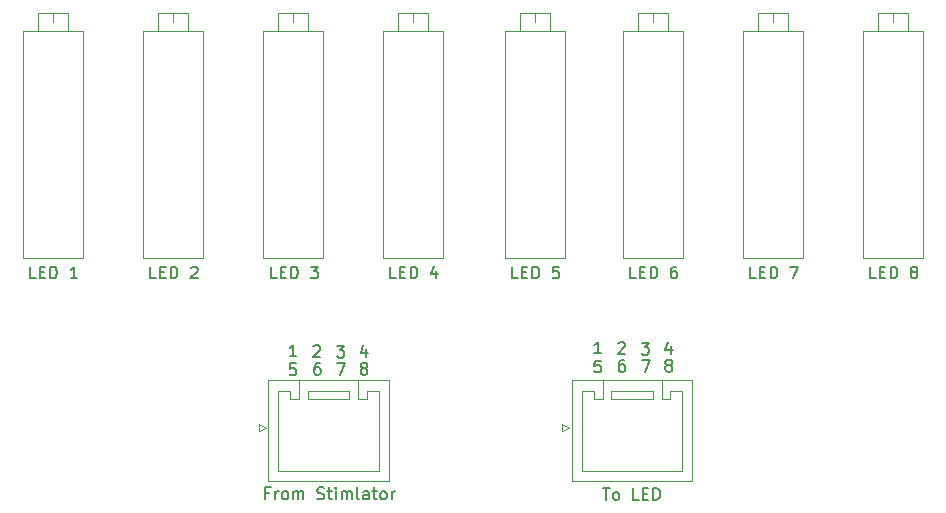
<source format=gbr>
G04 #@! TF.GenerationSoftware,KiCad,Pcbnew,(5.0.0)*
G04 #@! TF.CreationDate,2020-01-07T20:32:05+00:00*
G04 #@! TF.ProjectId,Potentiometer_mount_8LED,506F74656E74696F6D657465725F6D6F,rev?*
G04 #@! TF.SameCoordinates,Original*
G04 #@! TF.FileFunction,Legend,Top*
G04 #@! TF.FilePolarity,Positive*
%FSLAX46Y46*%
G04 Gerber Fmt 4.6, Leading zero omitted, Abs format (unit mm)*
G04 Created by KiCad (PCBNEW (5.0.0)) date 01/07/20 20:32:05*
%MOMM*%
%LPD*%
G01*
G04 APERTURE LIST*
%ADD10C,0.200000*%
%ADD11C,0.120000*%
%ADD12C,0.150000*%
G04 APERTURE END LIST*
D10*
X170640476Y-81752380D02*
X170450000Y-81752380D01*
X170354761Y-81800000D01*
X170307142Y-81847619D01*
X170211904Y-81990476D01*
X170164285Y-82180952D01*
X170164285Y-82561904D01*
X170211904Y-82657142D01*
X170259523Y-82704761D01*
X170354761Y-82752380D01*
X170545238Y-82752380D01*
X170640476Y-82704761D01*
X170688095Y-82657142D01*
X170735714Y-82561904D01*
X170735714Y-82323809D01*
X170688095Y-82228571D01*
X170640476Y-82180952D01*
X170545238Y-82133333D01*
X170354761Y-82133333D01*
X170259523Y-82180952D01*
X170211904Y-82228571D01*
X170164285Y-82323809D01*
X168638095Y-81802380D02*
X168161904Y-81802380D01*
X168114285Y-82278571D01*
X168161904Y-82230952D01*
X168257142Y-82183333D01*
X168495238Y-82183333D01*
X168590476Y-82230952D01*
X168638095Y-82278571D01*
X168685714Y-82373809D01*
X168685714Y-82611904D01*
X168638095Y-82707142D01*
X168590476Y-82754761D01*
X168495238Y-82802380D01*
X168257142Y-82802380D01*
X168161904Y-82754761D01*
X168114285Y-82707142D01*
X170114285Y-80347619D02*
X170161904Y-80300000D01*
X170257142Y-80252380D01*
X170495238Y-80252380D01*
X170590476Y-80300000D01*
X170638095Y-80347619D01*
X170685714Y-80442857D01*
X170685714Y-80538095D01*
X170638095Y-80680952D01*
X170066666Y-81252380D01*
X170685714Y-81252380D01*
X172116666Y-80302380D02*
X172735714Y-80302380D01*
X172402380Y-80683333D01*
X172545238Y-80683333D01*
X172640476Y-80730952D01*
X172688095Y-80778571D01*
X172735714Y-80873809D01*
X172735714Y-81111904D01*
X172688095Y-81207142D01*
X172640476Y-81254761D01*
X172545238Y-81302380D01*
X172259523Y-81302380D01*
X172164285Y-81254761D01*
X172116666Y-81207142D01*
X174590476Y-80585714D02*
X174590476Y-81252380D01*
X174352380Y-80204761D02*
X174114285Y-80919047D01*
X174733333Y-80919047D01*
X174304761Y-82180952D02*
X174209523Y-82133333D01*
X174161904Y-82085714D01*
X174114285Y-81990476D01*
X174114285Y-81942857D01*
X174161904Y-81847619D01*
X174209523Y-81800000D01*
X174304761Y-81752380D01*
X174495238Y-81752380D01*
X174590476Y-81800000D01*
X174638095Y-81847619D01*
X174685714Y-81942857D01*
X174685714Y-81990476D01*
X174638095Y-82085714D01*
X174590476Y-82133333D01*
X174495238Y-82180952D01*
X174304761Y-82180952D01*
X174209523Y-82228571D01*
X174161904Y-82276190D01*
X174114285Y-82371428D01*
X174114285Y-82561904D01*
X174161904Y-82657142D01*
X174209523Y-82704761D01*
X174304761Y-82752380D01*
X174495238Y-82752380D01*
X174590476Y-82704761D01*
X174638095Y-82657142D01*
X174685714Y-82561904D01*
X174685714Y-82371428D01*
X174638095Y-82276190D01*
X174590476Y-82228571D01*
X174495238Y-82180952D01*
X168685714Y-81202380D02*
X168114285Y-81202380D01*
X168400000Y-81202380D02*
X168400000Y-80202380D01*
X168304761Y-80345238D01*
X168209523Y-80440476D01*
X168114285Y-80488095D01*
X172116666Y-81752380D02*
X172783333Y-81752380D01*
X172354761Y-82752380D01*
X148790476Y-80835714D02*
X148790476Y-81502380D01*
X148552380Y-80454761D02*
X148314285Y-81169047D01*
X148933333Y-81169047D01*
X146316666Y-80552380D02*
X146935714Y-80552380D01*
X146602380Y-80933333D01*
X146745238Y-80933333D01*
X146840476Y-80980952D01*
X146888095Y-81028571D01*
X146935714Y-81123809D01*
X146935714Y-81361904D01*
X146888095Y-81457142D01*
X146840476Y-81504761D01*
X146745238Y-81552380D01*
X146459523Y-81552380D01*
X146364285Y-81504761D01*
X146316666Y-81457142D01*
X144314285Y-80597619D02*
X144361904Y-80550000D01*
X144457142Y-80502380D01*
X144695238Y-80502380D01*
X144790476Y-80550000D01*
X144838095Y-80597619D01*
X144885714Y-80692857D01*
X144885714Y-80788095D01*
X144838095Y-80930952D01*
X144266666Y-81502380D01*
X144885714Y-81502380D01*
X142885714Y-81452380D02*
X142314285Y-81452380D01*
X142600000Y-81452380D02*
X142600000Y-80452380D01*
X142504761Y-80595238D01*
X142409523Y-80690476D01*
X142314285Y-80738095D01*
X148504761Y-82430952D02*
X148409523Y-82383333D01*
X148361904Y-82335714D01*
X148314285Y-82240476D01*
X148314285Y-82192857D01*
X148361904Y-82097619D01*
X148409523Y-82050000D01*
X148504761Y-82002380D01*
X148695238Y-82002380D01*
X148790476Y-82050000D01*
X148838095Y-82097619D01*
X148885714Y-82192857D01*
X148885714Y-82240476D01*
X148838095Y-82335714D01*
X148790476Y-82383333D01*
X148695238Y-82430952D01*
X148504761Y-82430952D01*
X148409523Y-82478571D01*
X148361904Y-82526190D01*
X148314285Y-82621428D01*
X148314285Y-82811904D01*
X148361904Y-82907142D01*
X148409523Y-82954761D01*
X148504761Y-83002380D01*
X148695238Y-83002380D01*
X148790476Y-82954761D01*
X148838095Y-82907142D01*
X148885714Y-82811904D01*
X148885714Y-82621428D01*
X148838095Y-82526190D01*
X148790476Y-82478571D01*
X148695238Y-82430952D01*
X146316666Y-82002380D02*
X146983333Y-82002380D01*
X146554761Y-83002380D01*
X144840476Y-82002380D02*
X144650000Y-82002380D01*
X144554761Y-82050000D01*
X144507142Y-82097619D01*
X144411904Y-82240476D01*
X144364285Y-82430952D01*
X144364285Y-82811904D01*
X144411904Y-82907142D01*
X144459523Y-82954761D01*
X144554761Y-83002380D01*
X144745238Y-83002380D01*
X144840476Y-82954761D01*
X144888095Y-82907142D01*
X144935714Y-82811904D01*
X144935714Y-82573809D01*
X144888095Y-82478571D01*
X144840476Y-82430952D01*
X144745238Y-82383333D01*
X144554761Y-82383333D01*
X144459523Y-82430952D01*
X144411904Y-82478571D01*
X144364285Y-82573809D01*
X142838095Y-82052380D02*
X142361904Y-82052380D01*
X142314285Y-82528571D01*
X142361904Y-82480952D01*
X142457142Y-82433333D01*
X142695238Y-82433333D01*
X142790476Y-82480952D01*
X142838095Y-82528571D01*
X142885714Y-82623809D01*
X142885714Y-82861904D01*
X142838095Y-82957142D01*
X142790476Y-83004761D01*
X142695238Y-83052380D01*
X142457142Y-83052380D01*
X142361904Y-83004761D01*
X142314285Y-82957142D01*
D11*
G04 #@! TO.C,LED 8*
X193390000Y-52360000D02*
X193390000Y-53119000D01*
X194690000Y-53879000D02*
X192090000Y-53879000D01*
X194690000Y-52360000D02*
X192090000Y-52360000D01*
X192090000Y-52360000D02*
X192090000Y-53879000D01*
X194690000Y-52360000D02*
X194690000Y-53879000D01*
X195910000Y-73120000D02*
X190870000Y-73120000D01*
X195910000Y-53880000D02*
X190870000Y-53880000D01*
X190870000Y-53880000D02*
X190870000Y-73120000D01*
X195910000Y-53880000D02*
X195910000Y-73120000D01*
G04 #@! TO.C,LED 7*
X183230000Y-52360000D02*
X183230000Y-53119000D01*
X184530000Y-53879000D02*
X181930000Y-53879000D01*
X184530000Y-52360000D02*
X181930000Y-52360000D01*
X181930000Y-52360000D02*
X181930000Y-53879000D01*
X184530000Y-52360000D02*
X184530000Y-53879000D01*
X185750000Y-73120000D02*
X180710000Y-73120000D01*
X185750000Y-53880000D02*
X180710000Y-53880000D01*
X180710000Y-53880000D02*
X180710000Y-73120000D01*
X185750000Y-53880000D02*
X185750000Y-73120000D01*
G04 #@! TO.C,LED 5*
X163070000Y-52360000D02*
X163070000Y-53119000D01*
X164370000Y-53879000D02*
X161770000Y-53879000D01*
X164370000Y-52360000D02*
X161770000Y-52360000D01*
X161770000Y-52360000D02*
X161770000Y-53879000D01*
X164370000Y-52360000D02*
X164370000Y-53879000D01*
X165590000Y-73120000D02*
X160550000Y-73120000D01*
X165590000Y-53880000D02*
X160550000Y-53880000D01*
X160550000Y-53880000D02*
X160550000Y-73120000D01*
X165590000Y-53880000D02*
X165590000Y-73120000D01*
G04 #@! TO.C,LED 6*
X173070000Y-52360000D02*
X173070000Y-53119000D01*
X174370000Y-53879000D02*
X171770000Y-53879000D01*
X174370000Y-52360000D02*
X171770000Y-52360000D01*
X171770000Y-52360000D02*
X171770000Y-53879000D01*
X174370000Y-52360000D02*
X174370000Y-53879000D01*
X175590000Y-73120000D02*
X170550000Y-73120000D01*
X175590000Y-53880000D02*
X170550000Y-53880000D01*
X170550000Y-53880000D02*
X170550000Y-73120000D01*
X175590000Y-53880000D02*
X175590000Y-73120000D01*
G04 #@! TO.C,To LED*
X165390000Y-87200000D02*
X165990000Y-87500000D01*
X165390000Y-87800000D02*
X165390000Y-87200000D01*
X165990000Y-87500000D02*
X165390000Y-87800000D01*
X176410000Y-83490000D02*
X166190000Y-83490000D01*
X176410000Y-92010000D02*
X176410000Y-83490000D01*
X166190000Y-92010000D02*
X176410000Y-92010000D01*
X166190000Y-83490000D02*
X166190000Y-92010000D01*
X175550000Y-91150000D02*
X171300000Y-91150000D01*
X175550000Y-84350000D02*
X175550000Y-91150000D01*
X174550000Y-84350000D02*
X175550000Y-84350000D01*
X174550000Y-85100000D02*
X174550000Y-84350000D01*
X173800000Y-85100000D02*
X174550000Y-85100000D01*
X173800000Y-83490000D02*
X173800000Y-85100000D01*
X167050000Y-91150000D02*
X171300000Y-91150000D01*
X167050000Y-84350000D02*
X167050000Y-91150000D01*
X168050000Y-84350000D02*
X167050000Y-84350000D01*
X168050000Y-85100000D02*
X168050000Y-84350000D01*
X168800000Y-85100000D02*
X168050000Y-85100000D01*
X168800000Y-83490000D02*
X168800000Y-85100000D01*
X173050000Y-84350000D02*
X169550000Y-84350000D01*
X173050000Y-85100000D02*
X173050000Y-84350000D01*
X169550000Y-85100000D02*
X173050000Y-85100000D01*
X169550000Y-84350000D02*
X169550000Y-85100000D01*
G04 #@! TO.C,From Stimlator*
X139690000Y-87200000D02*
X140290000Y-87500000D01*
X139690000Y-87800000D02*
X139690000Y-87200000D01*
X140290000Y-87500000D02*
X139690000Y-87800000D01*
X150710000Y-83490000D02*
X140490000Y-83490000D01*
X150710000Y-92010000D02*
X150710000Y-83490000D01*
X140490000Y-92010000D02*
X150710000Y-92010000D01*
X140490000Y-83490000D02*
X140490000Y-92010000D01*
X149850000Y-91150000D02*
X145600000Y-91150000D01*
X149850000Y-84350000D02*
X149850000Y-91150000D01*
X148850000Y-84350000D02*
X149850000Y-84350000D01*
X148850000Y-85100000D02*
X148850000Y-84350000D01*
X148100000Y-85100000D02*
X148850000Y-85100000D01*
X148100000Y-83490000D02*
X148100000Y-85100000D01*
X141350000Y-91150000D02*
X145600000Y-91150000D01*
X141350000Y-84350000D02*
X141350000Y-91150000D01*
X142350000Y-84350000D02*
X141350000Y-84350000D01*
X142350000Y-85100000D02*
X142350000Y-84350000D01*
X143100000Y-85100000D02*
X142350000Y-85100000D01*
X143100000Y-83490000D02*
X143100000Y-85100000D01*
X147350000Y-84350000D02*
X143850000Y-84350000D01*
X147350000Y-85100000D02*
X147350000Y-84350000D01*
X143850000Y-85100000D02*
X147350000Y-85100000D01*
X143850000Y-84350000D02*
X143850000Y-85100000D01*
G04 #@! TO.C,LED 1*
X122270000Y-52360000D02*
X122270000Y-53119000D01*
X123570000Y-53879000D02*
X120970000Y-53879000D01*
X123570000Y-52360000D02*
X120970000Y-52360000D01*
X120970000Y-52360000D02*
X120970000Y-53879000D01*
X123570000Y-52360000D02*
X123570000Y-53879000D01*
X124790000Y-73120000D02*
X119750000Y-73120000D01*
X124790000Y-53880000D02*
X119750000Y-53880000D01*
X119750000Y-53880000D02*
X119750000Y-73120000D01*
X124790000Y-53880000D02*
X124790000Y-73120000D01*
G04 #@! TO.C,LED 2*
X134950000Y-53880000D02*
X134950000Y-73120000D01*
X129910000Y-53880000D02*
X129910000Y-73120000D01*
X134950000Y-53880000D02*
X129910000Y-53880000D01*
X134950000Y-73120000D02*
X129910000Y-73120000D01*
X133730000Y-52360000D02*
X133730000Y-53879000D01*
X131130000Y-52360000D02*
X131130000Y-53879000D01*
X133730000Y-52360000D02*
X131130000Y-52360000D01*
X133730000Y-53879000D02*
X131130000Y-53879000D01*
X132430000Y-52360000D02*
X132430000Y-53119000D01*
G04 #@! TO.C,LED 3*
X142590000Y-52360000D02*
X142590000Y-53119000D01*
X143890000Y-53879000D02*
X141290000Y-53879000D01*
X143890000Y-52360000D02*
X141290000Y-52360000D01*
X141290000Y-52360000D02*
X141290000Y-53879000D01*
X143890000Y-52360000D02*
X143890000Y-53879000D01*
X145110000Y-73120000D02*
X140070000Y-73120000D01*
X145110000Y-53880000D02*
X140070000Y-53880000D01*
X140070000Y-53880000D02*
X140070000Y-73120000D01*
X145110000Y-53880000D02*
X145110000Y-73120000D01*
G04 #@! TO.C,LED 4*
X155270000Y-53880000D02*
X155270000Y-73120000D01*
X150230000Y-53880000D02*
X150230000Y-73120000D01*
X155270000Y-53880000D02*
X150230000Y-53880000D01*
X155270000Y-73120000D02*
X150230000Y-73120000D01*
X154050000Y-52360000D02*
X154050000Y-53879000D01*
X151450000Y-52360000D02*
X151450000Y-53879000D01*
X154050000Y-52360000D02*
X151450000Y-52360000D01*
X154050000Y-53879000D02*
X151450000Y-53879000D01*
X152750000Y-52360000D02*
X152750000Y-53119000D01*
G04 #@! TO.C,LED 8*
D12*
X191940000Y-74852380D02*
X191463809Y-74852380D01*
X191463809Y-73852380D01*
X192273333Y-74328571D02*
X192606666Y-74328571D01*
X192749523Y-74852380D02*
X192273333Y-74852380D01*
X192273333Y-73852380D01*
X192749523Y-73852380D01*
X193178095Y-74852380D02*
X193178095Y-73852380D01*
X193416190Y-73852380D01*
X193559047Y-73900000D01*
X193654285Y-73995238D01*
X193701904Y-74090476D01*
X193749523Y-74280952D01*
X193749523Y-74423809D01*
X193701904Y-74614285D01*
X193654285Y-74709523D01*
X193559047Y-74804761D01*
X193416190Y-74852380D01*
X193178095Y-74852380D01*
X195082857Y-74280952D02*
X194987619Y-74233333D01*
X194940000Y-74185714D01*
X194892380Y-74090476D01*
X194892380Y-74042857D01*
X194940000Y-73947619D01*
X194987619Y-73900000D01*
X195082857Y-73852380D01*
X195273333Y-73852380D01*
X195368571Y-73900000D01*
X195416190Y-73947619D01*
X195463809Y-74042857D01*
X195463809Y-74090476D01*
X195416190Y-74185714D01*
X195368571Y-74233333D01*
X195273333Y-74280952D01*
X195082857Y-74280952D01*
X194987619Y-74328571D01*
X194940000Y-74376190D01*
X194892380Y-74471428D01*
X194892380Y-74661904D01*
X194940000Y-74757142D01*
X194987619Y-74804761D01*
X195082857Y-74852380D01*
X195273333Y-74852380D01*
X195368571Y-74804761D01*
X195416190Y-74757142D01*
X195463809Y-74661904D01*
X195463809Y-74471428D01*
X195416190Y-74376190D01*
X195368571Y-74328571D01*
X195273333Y-74280952D01*
G04 #@! TO.C,LED 7*
X181780000Y-74852380D02*
X181303809Y-74852380D01*
X181303809Y-73852380D01*
X182113333Y-74328571D02*
X182446666Y-74328571D01*
X182589523Y-74852380D02*
X182113333Y-74852380D01*
X182113333Y-73852380D01*
X182589523Y-73852380D01*
X183018095Y-74852380D02*
X183018095Y-73852380D01*
X183256190Y-73852380D01*
X183399047Y-73900000D01*
X183494285Y-73995238D01*
X183541904Y-74090476D01*
X183589523Y-74280952D01*
X183589523Y-74423809D01*
X183541904Y-74614285D01*
X183494285Y-74709523D01*
X183399047Y-74804761D01*
X183256190Y-74852380D01*
X183018095Y-74852380D01*
X184684761Y-73852380D02*
X185351428Y-73852380D01*
X184922857Y-74852380D01*
G04 #@! TO.C,LED 5*
X161620000Y-74852380D02*
X161143809Y-74852380D01*
X161143809Y-73852380D01*
X161953333Y-74328571D02*
X162286666Y-74328571D01*
X162429523Y-74852380D02*
X161953333Y-74852380D01*
X161953333Y-73852380D01*
X162429523Y-73852380D01*
X162858095Y-74852380D02*
X162858095Y-73852380D01*
X163096190Y-73852380D01*
X163239047Y-73900000D01*
X163334285Y-73995238D01*
X163381904Y-74090476D01*
X163429523Y-74280952D01*
X163429523Y-74423809D01*
X163381904Y-74614285D01*
X163334285Y-74709523D01*
X163239047Y-74804761D01*
X163096190Y-74852380D01*
X162858095Y-74852380D01*
X165096190Y-73852380D02*
X164620000Y-73852380D01*
X164572380Y-74328571D01*
X164620000Y-74280952D01*
X164715238Y-74233333D01*
X164953333Y-74233333D01*
X165048571Y-74280952D01*
X165096190Y-74328571D01*
X165143809Y-74423809D01*
X165143809Y-74661904D01*
X165096190Y-74757142D01*
X165048571Y-74804761D01*
X164953333Y-74852380D01*
X164715238Y-74852380D01*
X164620000Y-74804761D01*
X164572380Y-74757142D01*
G04 #@! TO.C,LED 6*
X171620000Y-74852380D02*
X171143809Y-74852380D01*
X171143809Y-73852380D01*
X171953333Y-74328571D02*
X172286666Y-74328571D01*
X172429523Y-74852380D02*
X171953333Y-74852380D01*
X171953333Y-73852380D01*
X172429523Y-73852380D01*
X172858095Y-74852380D02*
X172858095Y-73852380D01*
X173096190Y-73852380D01*
X173239047Y-73900000D01*
X173334285Y-73995238D01*
X173381904Y-74090476D01*
X173429523Y-74280952D01*
X173429523Y-74423809D01*
X173381904Y-74614285D01*
X173334285Y-74709523D01*
X173239047Y-74804761D01*
X173096190Y-74852380D01*
X172858095Y-74852380D01*
X175048571Y-73852380D02*
X174858095Y-73852380D01*
X174762857Y-73900000D01*
X174715238Y-73947619D01*
X174620000Y-74090476D01*
X174572380Y-74280952D01*
X174572380Y-74661904D01*
X174620000Y-74757142D01*
X174667619Y-74804761D01*
X174762857Y-74852380D01*
X174953333Y-74852380D01*
X175048571Y-74804761D01*
X175096190Y-74757142D01*
X175143809Y-74661904D01*
X175143809Y-74423809D01*
X175096190Y-74328571D01*
X175048571Y-74280952D01*
X174953333Y-74233333D01*
X174762857Y-74233333D01*
X174667619Y-74280952D01*
X174620000Y-74328571D01*
X174572380Y-74423809D01*
G04 #@! TO.C,To LED*
X168823809Y-92602380D02*
X169395238Y-92602380D01*
X169109523Y-93602380D02*
X169109523Y-92602380D01*
X169871428Y-93602380D02*
X169776190Y-93554761D01*
X169728571Y-93507142D01*
X169680952Y-93411904D01*
X169680952Y-93126190D01*
X169728571Y-93030952D01*
X169776190Y-92983333D01*
X169871428Y-92935714D01*
X170014285Y-92935714D01*
X170109523Y-92983333D01*
X170157142Y-93030952D01*
X170204761Y-93126190D01*
X170204761Y-93411904D01*
X170157142Y-93507142D01*
X170109523Y-93554761D01*
X170014285Y-93602380D01*
X169871428Y-93602380D01*
X171871428Y-93602380D02*
X171395238Y-93602380D01*
X171395238Y-92602380D01*
X172204761Y-93078571D02*
X172538095Y-93078571D01*
X172680952Y-93602380D02*
X172204761Y-93602380D01*
X172204761Y-92602380D01*
X172680952Y-92602380D01*
X173109523Y-93602380D02*
X173109523Y-92602380D01*
X173347619Y-92602380D01*
X173490476Y-92650000D01*
X173585714Y-92745238D01*
X173633333Y-92840476D01*
X173680952Y-93030952D01*
X173680952Y-93173809D01*
X173633333Y-93364285D01*
X173585714Y-93459523D01*
X173490476Y-93554761D01*
X173347619Y-93602380D01*
X173109523Y-93602380D01*
G04 #@! TO.C,From Stimlator*
X140554761Y-93028571D02*
X140221428Y-93028571D01*
X140221428Y-93552380D02*
X140221428Y-92552380D01*
X140697619Y-92552380D01*
X141078571Y-93552380D02*
X141078571Y-92885714D01*
X141078571Y-93076190D02*
X141126190Y-92980952D01*
X141173809Y-92933333D01*
X141269047Y-92885714D01*
X141364285Y-92885714D01*
X141840476Y-93552380D02*
X141745238Y-93504761D01*
X141697619Y-93457142D01*
X141650000Y-93361904D01*
X141650000Y-93076190D01*
X141697619Y-92980952D01*
X141745238Y-92933333D01*
X141840476Y-92885714D01*
X141983333Y-92885714D01*
X142078571Y-92933333D01*
X142126190Y-92980952D01*
X142173809Y-93076190D01*
X142173809Y-93361904D01*
X142126190Y-93457142D01*
X142078571Y-93504761D01*
X141983333Y-93552380D01*
X141840476Y-93552380D01*
X142602380Y-93552380D02*
X142602380Y-92885714D01*
X142602380Y-92980952D02*
X142650000Y-92933333D01*
X142745238Y-92885714D01*
X142888095Y-92885714D01*
X142983333Y-92933333D01*
X143030952Y-93028571D01*
X143030952Y-93552380D01*
X143030952Y-93028571D02*
X143078571Y-92933333D01*
X143173809Y-92885714D01*
X143316666Y-92885714D01*
X143411904Y-92933333D01*
X143459523Y-93028571D01*
X143459523Y-93552380D01*
X144650000Y-93504761D02*
X144792857Y-93552380D01*
X145030952Y-93552380D01*
X145126190Y-93504761D01*
X145173809Y-93457142D01*
X145221428Y-93361904D01*
X145221428Y-93266666D01*
X145173809Y-93171428D01*
X145126190Y-93123809D01*
X145030952Y-93076190D01*
X144840476Y-93028571D01*
X144745238Y-92980952D01*
X144697619Y-92933333D01*
X144650000Y-92838095D01*
X144650000Y-92742857D01*
X144697619Y-92647619D01*
X144745238Y-92600000D01*
X144840476Y-92552380D01*
X145078571Y-92552380D01*
X145221428Y-92600000D01*
X145507142Y-92885714D02*
X145888095Y-92885714D01*
X145650000Y-92552380D02*
X145650000Y-93409523D01*
X145697619Y-93504761D01*
X145792857Y-93552380D01*
X145888095Y-93552380D01*
X146221428Y-93552380D02*
X146221428Y-92885714D01*
X146221428Y-92552380D02*
X146173809Y-92600000D01*
X146221428Y-92647619D01*
X146269047Y-92600000D01*
X146221428Y-92552380D01*
X146221428Y-92647619D01*
X146697619Y-93552380D02*
X146697619Y-92885714D01*
X146697619Y-92980952D02*
X146745238Y-92933333D01*
X146840476Y-92885714D01*
X146983333Y-92885714D01*
X147078571Y-92933333D01*
X147126190Y-93028571D01*
X147126190Y-93552380D01*
X147126190Y-93028571D02*
X147173809Y-92933333D01*
X147269047Y-92885714D01*
X147411904Y-92885714D01*
X147507142Y-92933333D01*
X147554761Y-93028571D01*
X147554761Y-93552380D01*
X148173809Y-93552380D02*
X148078571Y-93504761D01*
X148030952Y-93409523D01*
X148030952Y-92552380D01*
X148983333Y-93552380D02*
X148983333Y-93028571D01*
X148935714Y-92933333D01*
X148840476Y-92885714D01*
X148650000Y-92885714D01*
X148554761Y-92933333D01*
X148983333Y-93504761D02*
X148888095Y-93552380D01*
X148650000Y-93552380D01*
X148554761Y-93504761D01*
X148507142Y-93409523D01*
X148507142Y-93314285D01*
X148554761Y-93219047D01*
X148650000Y-93171428D01*
X148888095Y-93171428D01*
X148983333Y-93123809D01*
X149316666Y-92885714D02*
X149697619Y-92885714D01*
X149459523Y-92552380D02*
X149459523Y-93409523D01*
X149507142Y-93504761D01*
X149602380Y-93552380D01*
X149697619Y-93552380D01*
X150173809Y-93552380D02*
X150078571Y-93504761D01*
X150030952Y-93457142D01*
X149983333Y-93361904D01*
X149983333Y-93076190D01*
X150030952Y-92980952D01*
X150078571Y-92933333D01*
X150173809Y-92885714D01*
X150316666Y-92885714D01*
X150411904Y-92933333D01*
X150459523Y-92980952D01*
X150507142Y-93076190D01*
X150507142Y-93361904D01*
X150459523Y-93457142D01*
X150411904Y-93504761D01*
X150316666Y-93552380D01*
X150173809Y-93552380D01*
X150935714Y-93552380D02*
X150935714Y-92885714D01*
X150935714Y-93076190D02*
X150983333Y-92980952D01*
X151030952Y-92933333D01*
X151126190Y-92885714D01*
X151221428Y-92885714D01*
G04 #@! TO.C,LED 1*
X120800000Y-74852380D02*
X120323809Y-74852380D01*
X120323809Y-73852380D01*
X121133333Y-74328571D02*
X121466666Y-74328571D01*
X121609523Y-74852380D02*
X121133333Y-74852380D01*
X121133333Y-73852380D01*
X121609523Y-73852380D01*
X122038095Y-74852380D02*
X122038095Y-73852380D01*
X122276190Y-73852380D01*
X122419047Y-73900000D01*
X122514285Y-73995238D01*
X122561904Y-74090476D01*
X122609523Y-74280952D01*
X122609523Y-74423809D01*
X122561904Y-74614285D01*
X122514285Y-74709523D01*
X122419047Y-74804761D01*
X122276190Y-74852380D01*
X122038095Y-74852380D01*
X124323809Y-74852380D02*
X123752380Y-74852380D01*
X124038095Y-74852380D02*
X124038095Y-73852380D01*
X123942857Y-73995238D01*
X123847619Y-74090476D01*
X123752380Y-74138095D01*
G04 #@! TO.C,LED 2*
X131000000Y-74852380D02*
X130523809Y-74852380D01*
X130523809Y-73852380D01*
X131333333Y-74328571D02*
X131666666Y-74328571D01*
X131809523Y-74852380D02*
X131333333Y-74852380D01*
X131333333Y-73852380D01*
X131809523Y-73852380D01*
X132238095Y-74852380D02*
X132238095Y-73852380D01*
X132476190Y-73852380D01*
X132619047Y-73900000D01*
X132714285Y-73995238D01*
X132761904Y-74090476D01*
X132809523Y-74280952D01*
X132809523Y-74423809D01*
X132761904Y-74614285D01*
X132714285Y-74709523D01*
X132619047Y-74804761D01*
X132476190Y-74852380D01*
X132238095Y-74852380D01*
X133952380Y-73947619D02*
X134000000Y-73900000D01*
X134095238Y-73852380D01*
X134333333Y-73852380D01*
X134428571Y-73900000D01*
X134476190Y-73947619D01*
X134523809Y-74042857D01*
X134523809Y-74138095D01*
X134476190Y-74280952D01*
X133904761Y-74852380D01*
X134523809Y-74852380D01*
G04 #@! TO.C,LED 3*
X141200000Y-74852380D02*
X140723809Y-74852380D01*
X140723809Y-73852380D01*
X141533333Y-74328571D02*
X141866666Y-74328571D01*
X142009523Y-74852380D02*
X141533333Y-74852380D01*
X141533333Y-73852380D01*
X142009523Y-73852380D01*
X142438095Y-74852380D02*
X142438095Y-73852380D01*
X142676190Y-73852380D01*
X142819047Y-73900000D01*
X142914285Y-73995238D01*
X142961904Y-74090476D01*
X143009523Y-74280952D01*
X143009523Y-74423809D01*
X142961904Y-74614285D01*
X142914285Y-74709523D01*
X142819047Y-74804761D01*
X142676190Y-74852380D01*
X142438095Y-74852380D01*
X144104761Y-73852380D02*
X144723809Y-73852380D01*
X144390476Y-74233333D01*
X144533333Y-74233333D01*
X144628571Y-74280952D01*
X144676190Y-74328571D01*
X144723809Y-74423809D01*
X144723809Y-74661904D01*
X144676190Y-74757142D01*
X144628571Y-74804761D01*
X144533333Y-74852380D01*
X144247619Y-74852380D01*
X144152380Y-74804761D01*
X144104761Y-74757142D01*
G04 #@! TO.C,LED 4*
X151300000Y-74852380D02*
X150823809Y-74852380D01*
X150823809Y-73852380D01*
X151633333Y-74328571D02*
X151966666Y-74328571D01*
X152109523Y-74852380D02*
X151633333Y-74852380D01*
X151633333Y-73852380D01*
X152109523Y-73852380D01*
X152538095Y-74852380D02*
X152538095Y-73852380D01*
X152776190Y-73852380D01*
X152919047Y-73900000D01*
X153014285Y-73995238D01*
X153061904Y-74090476D01*
X153109523Y-74280952D01*
X153109523Y-74423809D01*
X153061904Y-74614285D01*
X153014285Y-74709523D01*
X152919047Y-74804761D01*
X152776190Y-74852380D01*
X152538095Y-74852380D01*
X154728571Y-74185714D02*
X154728571Y-74852380D01*
X154490476Y-73804761D02*
X154252380Y-74519047D01*
X154871428Y-74519047D01*
G04 #@! TD*
M02*

</source>
